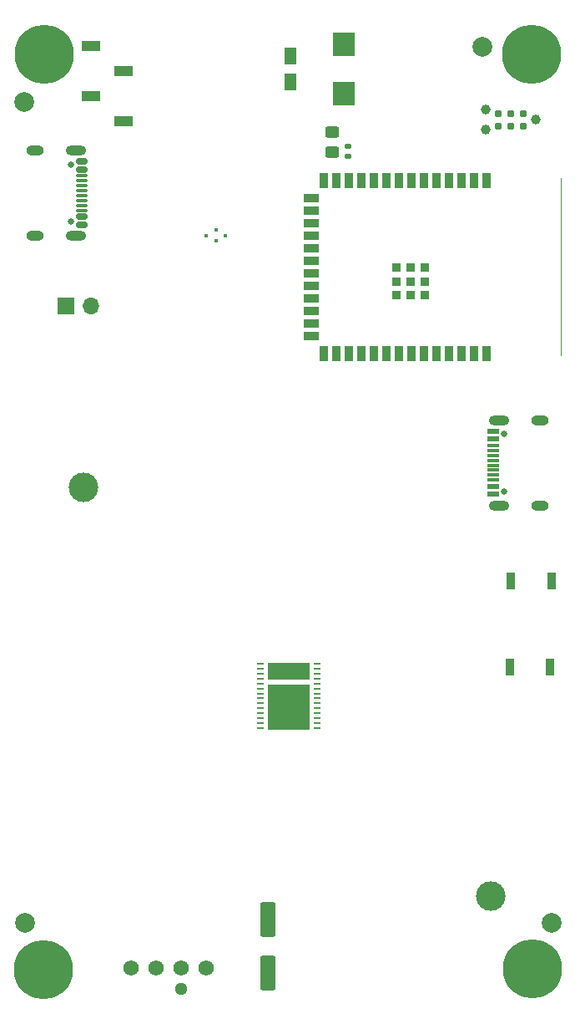
<source format=gbr>
%TF.GenerationSoftware,KiCad,Pcbnew,8.0.8*%
%TF.CreationDate,2025-02-04T21:02:44+01:00*%
%TF.ProjectId,makeraxe-lite,6d616b65-7261-4786-952d-6c6974652e6b,rev?*%
%TF.SameCoordinates,Original*%
%TF.FileFunction,Soldermask,Bot*%
%TF.FilePolarity,Negative*%
%FSLAX46Y46*%
G04 Gerber Fmt 4.6, Leading zero omitted, Abs format (unit mm)*
G04 Created by KiCad (PCBNEW 8.0.8) date 2025-02-04 21:02:44*
%MOMM*%
%LPD*%
G01*
G04 APERTURE LIST*
G04 Aperture macros list*
%AMRoundRect*
0 Rectangle with rounded corners*
0 $1 Rounding radius*
0 $2 $3 $4 $5 $6 $7 $8 $9 X,Y pos of 4 corners*
0 Add a 4 corners polygon primitive as box body*
4,1,4,$2,$3,$4,$5,$6,$7,$8,$9,$2,$3,0*
0 Add four circle primitives for the rounded corners*
1,1,$1+$1,$2,$3*
1,1,$1+$1,$4,$5*
1,1,$1+$1,$6,$7*
1,1,$1+$1,$8,$9*
0 Add four rect primitives between the rounded corners*
20,1,$1+$1,$2,$3,$4,$5,0*
20,1,$1+$1,$4,$5,$6,$7,0*
20,1,$1+$1,$6,$7,$8,$9,0*
20,1,$1+$1,$8,$9,$2,$3,0*%
G04 Aperture macros list end*
%ADD10C,0.120000*%
%ADD11C,3.000000*%
%ADD12C,0.800000*%
%ADD13C,6.000000*%
%ADD14C,0.400000*%
%ADD15C,1.295400*%
%ADD16C,1.574800*%
%ADD17R,1.900000X1.000000*%
%ADD18RoundRect,0.135000X-0.185000X0.135000X-0.185000X-0.135000X0.185000X-0.135000X0.185000X0.135000X0*%
%ADD19C,0.650000*%
%ADD20RoundRect,0.150000X0.425000X-0.150000X0.425000X0.150000X-0.425000X0.150000X-0.425000X-0.150000X0*%
%ADD21RoundRect,0.075000X0.500000X-0.075000X0.500000X0.075000X-0.500000X0.075000X-0.500000X-0.075000X0*%
%ADD22O,1.800000X1.000000*%
%ADD23O,2.100000X1.000000*%
%ADD24R,1.230000X1.800000*%
%ADD25C,2.000000*%
%ADD26R,1.700000X1.700000*%
%ADD27O,1.700000X1.700000*%
%ADD28R,2.230000X2.370000*%
%ADD29R,1.150000X0.600000*%
%ADD30R,1.150000X0.300000*%
%ADD31R,0.900000X1.500000*%
%ADD32R,1.500000X0.900000*%
%ADD33R,0.900000X0.900000*%
%ADD34C,0.990600*%
%ADD35C,0.787400*%
%ADD36RoundRect,0.250000X-0.450000X0.325000X-0.450000X-0.325000X0.450000X-0.325000X0.450000X0.325000X0*%
%ADD37R,0.792000X0.221000*%
%ADD38R,4.277000X1.810000*%
%ADD39R,4.277000X4.530000*%
%ADD40RoundRect,0.250000X-0.550000X1.500000X-0.550000X-1.500000X0.550000X-1.500000X0.550000X1.500000X0*%
%ADD41R,0.900000X1.800000*%
G04 APERTURE END LIST*
D10*
%TO.C,U7*%
X133180000Y-81610000D02*
X133180000Y-63610000D01*
%TD*%
D11*
%TO.C,H6*%
X84764000Y-94984000D03*
%TD*%
%TO.C,H5*%
X126130000Y-136350000D03*
%TD*%
D12*
%TO.C,H1*%
X127985010Y-51120990D03*
X128644020Y-49530000D03*
X128644020Y-52711980D03*
X130235010Y-48870990D03*
D13*
X130235010Y-51120990D03*
D12*
X130235010Y-53370990D03*
X131826000Y-49530000D03*
X131826000Y-52711980D03*
X132485010Y-51120990D03*
%TD*%
%TO.C,H3*%
X128052000Y-143728000D03*
X128711010Y-142137010D03*
X128711010Y-145318990D03*
X130302000Y-141478000D03*
D13*
X130302000Y-143728000D03*
D12*
X130302000Y-145978000D03*
X131892990Y-142137010D03*
X131892990Y-145318990D03*
X132552000Y-143728000D03*
%TD*%
%TO.C,H4*%
X78455010Y-143830990D03*
X79114020Y-142240000D03*
X79114020Y-145421980D03*
X80705010Y-141580990D03*
D13*
X80705010Y-143830990D03*
D12*
X80705010Y-146080990D03*
X82296000Y-142240000D03*
X82296000Y-145421980D03*
X82955010Y-143830990D03*
%TD*%
D14*
%TO.C,U4*%
X98201691Y-68847200D03*
X99151691Y-69422200D03*
X97251691Y-69422200D03*
X98201691Y-69997200D03*
%TD*%
D12*
%TO.C,H2*%
X78558000Y-51054000D03*
X79217010Y-49463010D03*
X79217010Y-52644990D03*
X80808000Y-48804000D03*
D13*
X80808000Y-51054000D03*
D12*
X80808000Y-53304000D03*
X82398990Y-49463010D03*
X82398990Y-52644990D03*
X83058000Y-51054000D03*
%TD*%
D15*
%TO.C,J6*%
X94701000Y-145782001D03*
D16*
X89621000Y-143622000D03*
X92161000Y-143622000D03*
X94701000Y-143622000D03*
X97241000Y-143622000D03*
%TD*%
D17*
%TO.C,J4*%
X85555000Y-50280000D03*
X88855000Y-52820000D03*
X85555000Y-55360000D03*
X88855000Y-57900000D03*
%TD*%
D18*
%TO.C,R19*%
X111600000Y-60380000D03*
X111600000Y-61400000D03*
%TD*%
D19*
%TO.C,J2*%
X83545000Y-68040000D03*
X83545000Y-62260000D03*
D20*
X84620000Y-68350000D03*
X84620000Y-67550000D03*
D21*
X84620000Y-66400000D03*
X84620000Y-65400000D03*
X84620000Y-64900000D03*
X84620000Y-63900000D03*
D20*
X84620000Y-62750000D03*
X84620000Y-61950000D03*
X84620000Y-61950000D03*
X84620000Y-62750000D03*
D21*
X84620000Y-63400000D03*
X84620000Y-64400000D03*
X84620000Y-65900000D03*
X84620000Y-66900000D03*
D20*
X84620000Y-67550000D03*
X84620000Y-68350000D03*
D22*
X79865000Y-69470000D03*
D23*
X84045000Y-69470000D03*
D22*
X79865000Y-60830000D03*
D23*
X84045000Y-60830000D03*
%TD*%
D24*
%TO.C,C52*%
X105775000Y-53880000D03*
X105775000Y-51260000D03*
%TD*%
D25*
%TO.C,FID7*%
X132260000Y-139060000D03*
%TD*%
D26*
%TO.C,J1*%
X83000000Y-76540000D03*
D27*
X85540000Y-76540000D03*
%TD*%
D28*
%TO.C,C53*%
X111200000Y-55040000D03*
X111200000Y-50100000D03*
%TD*%
D19*
%TO.C,J5*%
X127443000Y-89566000D03*
X127443000Y-95346000D03*
D29*
X126368000Y-89256000D03*
X126368000Y-90056000D03*
D30*
X126368000Y-91206000D03*
X126368000Y-92206000D03*
X126368000Y-92706000D03*
X126368000Y-93706000D03*
D29*
X126368000Y-94856000D03*
X126368000Y-95656000D03*
X126368000Y-95656000D03*
X126368000Y-94856000D03*
D30*
X126368000Y-94206000D03*
X126368000Y-93206000D03*
X126368000Y-91706000D03*
X126368000Y-90706000D03*
D29*
X126368000Y-90056000D03*
X126368000Y-89256000D03*
D22*
X131123000Y-88136000D03*
D23*
X126943000Y-88136000D03*
D22*
X131123000Y-96776000D03*
D23*
X126943000Y-96776000D03*
%TD*%
D31*
%TO.C,U7*%
X125690000Y-81360000D03*
X124420000Y-81360000D03*
X123150000Y-81360000D03*
X121880000Y-81360000D03*
X120610000Y-81360000D03*
X119340000Y-81360000D03*
X118070000Y-81360000D03*
X116800000Y-81360000D03*
X115530000Y-81360000D03*
X114260000Y-81360000D03*
X112990000Y-81360000D03*
X111720000Y-81360000D03*
X110450000Y-81360000D03*
X109180000Y-81360000D03*
D32*
X107930000Y-79595000D03*
X107930000Y-78325000D03*
X107930000Y-77055000D03*
X107930000Y-75785000D03*
X107930000Y-74515000D03*
X107930000Y-73245000D03*
X107930000Y-71975000D03*
X107930000Y-70705000D03*
X107930000Y-69435000D03*
X107930000Y-68165000D03*
X107930000Y-66895000D03*
X107930000Y-65625000D03*
D31*
X109180000Y-63860000D03*
X110450000Y-63860000D03*
X111720000Y-63860000D03*
X112990000Y-63860000D03*
X114260000Y-63860000D03*
X115530000Y-63860000D03*
X116800000Y-63860000D03*
X118070000Y-63860000D03*
X119340000Y-63860000D03*
X120610000Y-63860000D03*
X121880000Y-63860000D03*
X123150000Y-63860000D03*
X124420000Y-63860000D03*
X125690000Y-63860000D03*
D33*
X116570000Y-75510000D03*
X117970000Y-75510000D03*
X119370000Y-75510000D03*
X116570000Y-74110000D03*
X117970000Y-74110000D03*
X119370000Y-74110000D03*
X116570000Y-72710000D03*
X117970000Y-72710000D03*
X119370000Y-72710000D03*
%TD*%
D34*
%TO.C,J3*%
X130670000Y-57730000D03*
X125590000Y-58746000D03*
X125590000Y-56714000D03*
D35*
X129400000Y-58365000D03*
X129400000Y-57095000D03*
X128130000Y-58365000D03*
X128130000Y-57095000D03*
X126860000Y-58365000D03*
X126860000Y-57095000D03*
%TD*%
D25*
%TO.C,FID8*%
X78850000Y-139070000D03*
%TD*%
D36*
%TO.C,D2*%
X110000000Y-58925000D03*
X110000000Y-60975000D03*
%TD*%
D37*
%TO.C,U9*%
X108528000Y-112805000D03*
X108528000Y-113307000D03*
X108528000Y-113809000D03*
X108528000Y-114311000D03*
X108528000Y-114813000D03*
X108528000Y-115315000D03*
X108528000Y-115817000D03*
X108528000Y-116319000D03*
X108528000Y-116821000D03*
X108528000Y-117323000D03*
X108528000Y-117825000D03*
X108528000Y-118327000D03*
X108528000Y-118829000D03*
X108528000Y-119331000D03*
X102696000Y-119318000D03*
X102696000Y-118818000D03*
X102696000Y-118318000D03*
X102696000Y-117818000D03*
X102696000Y-117318000D03*
X102696000Y-116821000D03*
X102696000Y-116318000D03*
X102696000Y-115817000D03*
X102696000Y-115315000D03*
X102696000Y-114813000D03*
X102696000Y-114311000D03*
X102696000Y-113818000D03*
X102696000Y-113307000D03*
X102696000Y-112818000D03*
D38*
X105612000Y-113600000D03*
D39*
X105612000Y-117176000D03*
%TD*%
D40*
%TO.C,C49*%
X103490000Y-138720000D03*
X103490000Y-144120000D03*
%TD*%
D41*
%TO.C,SW1*%
X132246000Y-104448000D03*
X128136000Y-104448000D03*
%TD*%
D25*
%TO.C,FID5*%
X125270000Y-50310000D03*
%TD*%
D41*
%TO.C,SW2*%
X132142000Y-113155000D03*
X128032000Y-113155000D03*
%TD*%
D25*
%TO.C,FID6*%
X78750000Y-55900000D03*
%TD*%
M02*

</source>
